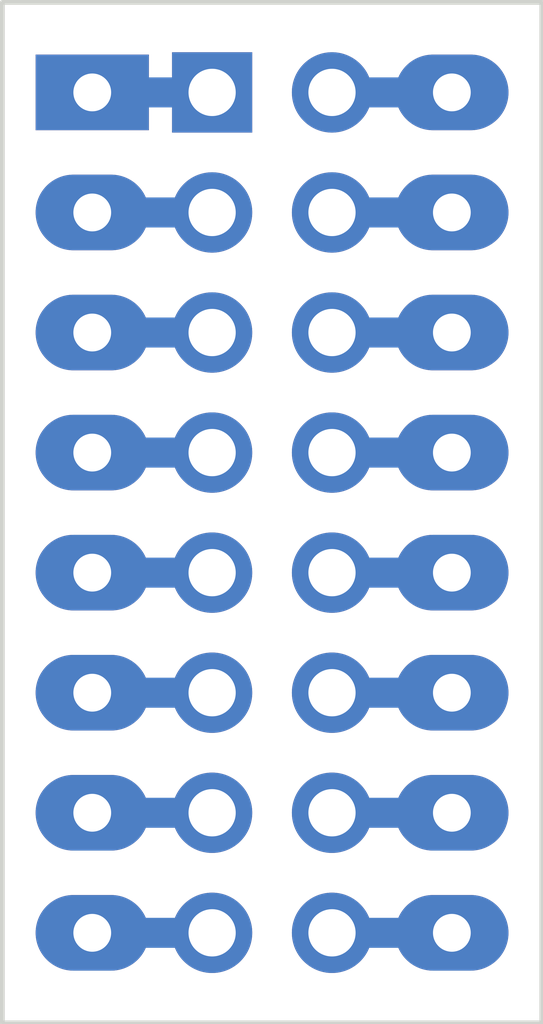
<source format=kicad_pcb>
(kicad_pcb (version 20211014) (generator pcbnew)
  (layers (0 "F.Cu" signal) (31 "B.Cu" signal) (34 "B.Paste" user) (35 "F.Paste" user) (36 "B.SilkS" user "B.Silkscreen") (37 "F.SilkS" user "F.Silkscreen") (38 "B.Mask" user) (39 "F.Mask" user) (44 "Edge.Cuts" user))
  (net 0 "")
  (net 1 "1")
  (net 2 "2")
  (net 3 "3")
  (net 4 "4")
  (net 5 "5")
  (net 6 "6")
  (net 7 "7")
  (net 8 "8")
  (net 9 "9")
  (net 10 "10")
  (net 11 "11")
  (net 12 "12")
  (net 13 "13")
  (net 14 "14")
  (net 15 "15")
  (net 16 "16")
  (footprint "Package_DIP:DIP-16_W7.62mm_Socket_LongPads" (layer "F.Cu") (at 86.36 54.61)
    (fp_text reference "J1" hide)
    (fp_text value "Conn_02x08_Counter_Clockwise" hide)
    (pad "1" thru_hole rect (at 0 0) (size 2.4 1.6) (drill 0.8) (layers *.Cu *.Mask) (net 1 "1"))
    (pad "2" thru_hole oval (at 0 2.54) (size 2.4 1.6) (drill 0.8) (layers *.Cu *.Mask) (net 2 "2"))
    (pad "3" thru_hole oval (at 0 5.08) (size 2.4 1.6) (drill 0.8) (layers *.Cu *.Mask) (net 3 "3"))
    (pad "4" thru_hole oval (at 0 7.62) (size 2.4 1.6) (drill 0.8) (layers *.Cu *.Mask) (net 4 "4"))
    (pad "5" thru_hole oval (at 0 10.16) (size 2.4 1.6) (drill 0.8) (layers *.Cu *.Mask) (net 5 "5"))
    (pad "6" thru_hole oval (at 0 12.7) (size 2.4 1.6) (drill 0.8) (layers *.Cu *.Mask) (net 6 "6"))
    (pad "7" thru_hole oval (at 0 15.24) (size 2.4 1.6) (drill 0.8) (layers *.Cu *.Mask) (net 7 "7"))
    (pad "8" thru_hole oval (at 0 17.78) (size 2.4 1.6) (drill 0.8) (layers *.Cu *.Mask) (net 8 "8"))
    (pad "9" thru_hole oval (at 7.62 17.78) (size 2.4 1.6) (drill 0.8) (layers *.Cu *.Mask) (net 9 "9"))
    (pad "10" thru_hole oval (at 7.62 15.24) (size 2.4 1.6) (drill 0.8) (layers *.Cu *.Mask) (net 10 "10"))
    (pad "11" thru_hole oval (at 7.62 12.7) (size 2.4 1.6) (drill 0.8) (layers *.Cu *.Mask) (net 11 "11"))
    (pad "12" thru_hole oval (at 7.62 10.16) (size 2.4 1.6) (drill 0.8) (layers *.Cu *.Mask) (net 12 "12"))
    (pad "13" thru_hole oval (at 7.62 7.62) (size 2.4 1.6) (drill 0.8) (layers *.Cu *.Mask) (net 13 "13"))
    (pad "14" thru_hole oval (at 7.62 5.08) (size 2.4 1.6) (drill 0.8) (layers *.Cu *.Mask) (net 14 "14"))
    (pad "15" thru_hole oval (at 7.62 2.54) (size 2.4 1.6) (drill 0.8) (layers *.Cu *.Mask) (net 15 "15"))
    (pad "16" thru_hole oval (at 7.62 0) (size 2.4 1.6) (drill 0.8) (layers *.Cu *.Mask) (net 16 "16"))
  )
  (footprint "Connector_PinHeader_2.54mm:PinHeader_2x08_P2.54mm_Vertical" (layer "F.Cu") (at 88.9 54.61)
    (fp_text reference "J2" hide)
    (fp_text value "Conn_02x08_Odd_Even" hide)
    (pad "1" thru_hole rect (at 0 0) (size 1.7 1.7) (drill 1) (layers *.Cu *.Mask) (net 1 "1"))
    (pad "2" thru_hole oval (at 2.54 0) (size 1.7 1.7) (drill 1) (layers *.Cu *.Mask) (net 16 "16"))
    (pad "3" thru_hole oval (at 0 2.54) (size 1.7 1.7) (drill 1) (layers *.Cu *.Mask) (net 2 "2"))
    (pad "4" thru_hole oval (at 2.54 2.54) (size 1.7 1.7) (drill 1) (layers *.Cu *.Mask) (net 15 "15"))
    (pad "5" thru_hole oval (at 0 5.08) (size 1.7 1.7) (drill 1) (layers *.Cu *.Mask) (net 3 "3"))
    (pad "6" thru_hole oval (at 2.54 5.08) (size 1.7 1.7) (drill 1) (layers *.Cu *.Mask) (net 14 "14"))
    (pad "7" thru_hole oval (at 0 7.62) (size 1.7 1.7) (drill 1) (layers *.Cu *.Mask) (net 4 "4"))
    (pad "8" thru_hole oval (at 2.54 7.62) (size 1.7 1.7) (drill 1) (layers *.Cu *.Mask) (net 13 "13"))
    (pad "9" thru_hole oval (at 0 10.16) (size 1.7 1.7) (drill 1) (layers *.Cu *.Mask) (net 5 "5"))
    (pad "10" thru_hole oval (at 2.54 10.16) (size 1.7 1.7) (drill 1) (layers *.Cu *.Mask) (net 12 "12"))
    (pad "11" thru_hole oval (at 0 12.7) (size 1.7 1.7) (drill 1) (layers *.Cu *.Mask) (net 6 "6"))
    (pad "12" thru_hole oval (at 2.54 12.7) (size 1.7 1.7) (drill 1) (layers *.Cu *.Mask) (net 11 "11"))
    (pad "13" thru_hole oval (at 0 15.24) (size 1.7 1.7) (drill 1) (layers *.Cu *.Mask) (net 7 "7"))
    (pad "14" thru_hole oval (at 2.54 15.24) (size 1.7 1.7) (drill 1) (layers *.Cu *.Mask) (net 10 "10"))
    (pad "15" thru_hole oval (at 0 17.78) (size 1.7 1.7) (drill 1) (layers *.Cu *.Mask) (net 8 "8"))
    (pad "16" thru_hole oval (at 2.54 17.78) (size 1.7 1.7) (drill 1) (layers *.Cu *.Mask) (net 9 "9"))
  )
  (gr_rect (start 84.455 52.705) (end 95.885 74.295) (layer "Edge.Cuts") (width 0.1) (fill none))
  (segment (start 86.36 54.61) (end 88.9 54.61) (width 0.635) (layer "B.Cu") (net 1))
  (segment (start 86.36 57.15) (end 88.9 57.15) (width 0.635) (layer "B.Cu") (net 2))
  (segment (start 86.36 59.69) (end 88.9 59.69) (width 0.635) (layer "B.Cu") (net 3))
  (segment (start 86.36 62.23) (end 88.9 62.23) (width 0.635) (layer "B.Cu") (net 4))
  (segment (start 86.36 64.77) (end 88.9 64.77) (width 0.635) (layer "B.Cu") (net 5))
  (segment (start 86.36 67.31) (end 88.9 67.31) (width 0.635) (layer "B.Cu") (net 6))
  (segment (start 86.36 69.85) (end 88.9 69.85) (width 0.635) (layer "B.Cu") (net 7))
  (segment (start 86.36 72.39) (end 88.9 72.39) (width 0.635) (layer "B.Cu") (net 8))
  (segment (start 91.44 72.39) (end 93.98 72.39) (width 0.635) (layer "B.Cu") (net 9))
  (segment (start 91.44 69.85) (end 93.98 69.85) (width 0.635) (layer "B.Cu") (net 10))
  (segment (start 91.44 67.31) (end 93.98 67.31) (width 0.635) (layer "B.Cu") (net 11))
  (segment (start 91.44 64.77) (end 93.98 64.77) (width 0.635) (layer "B.Cu") (net 12))
  (segment (start 91.44 62.23) (end 93.98 62.23) (width 0.635) (layer "B.Cu") (net 13))
  (segment (start 91.44 59.69) (end 93.98 59.69) (width 0.635) (layer "B.Cu") (net 14))
  (segment (start 91.44 57.15) (end 93.98 57.15) (width 0.635) (layer "B.Cu") (net 15))
  (segment (start 91.44 54.61) (end 93.98 54.61) (width 0.635) (layer "B.Cu") (net 16))
)
</source>
